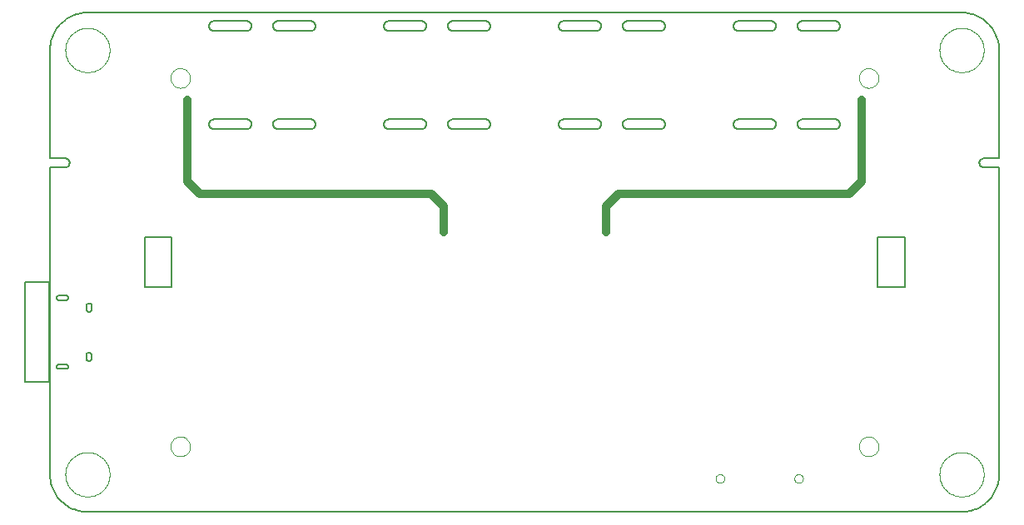
<source format=gko>
G75*
%MOIN*%
%OFA0B0*%
%FSLAX24Y24*%
%IPPOS*%
%LPD*%
%AMOC8*
5,1,8,0,0,1.08239X$1,22.5*
%
%ADD10C,0.0050*%
%ADD11C,0.0320*%
%ADD12C,0.0000*%
D10*
X017760Y016393D02*
X052760Y016393D01*
X052836Y016395D01*
X052912Y016401D01*
X052987Y016410D01*
X053062Y016424D01*
X053136Y016441D01*
X053209Y016462D01*
X053281Y016486D01*
X053352Y016515D01*
X053421Y016546D01*
X053488Y016581D01*
X053553Y016620D01*
X053617Y016662D01*
X053678Y016707D01*
X053737Y016755D01*
X053793Y016806D01*
X053847Y016860D01*
X053898Y016916D01*
X053946Y016975D01*
X053991Y017036D01*
X054033Y017100D01*
X054072Y017165D01*
X054107Y017232D01*
X054138Y017301D01*
X054167Y017372D01*
X054191Y017444D01*
X054212Y017517D01*
X054229Y017591D01*
X054243Y017666D01*
X054252Y017741D01*
X054258Y017817D01*
X054260Y017893D01*
X054260Y030200D01*
X053649Y030200D01*
X053649Y030201D02*
X053624Y030203D01*
X053599Y030208D01*
X053575Y030217D01*
X053553Y030229D01*
X053533Y030244D01*
X053515Y030262D01*
X053500Y030282D01*
X053488Y030304D01*
X053479Y030328D01*
X053474Y030353D01*
X053472Y030378D01*
X053474Y030403D01*
X053479Y030428D01*
X053488Y030452D01*
X053500Y030474D01*
X053515Y030494D01*
X053533Y030512D01*
X053553Y030527D01*
X053575Y030539D01*
X053599Y030548D01*
X053624Y030553D01*
X053649Y030555D01*
X054260Y030555D01*
X054260Y034893D01*
X054258Y034969D01*
X054252Y035045D01*
X054243Y035120D01*
X054229Y035195D01*
X054212Y035269D01*
X054191Y035342D01*
X054167Y035414D01*
X054138Y035485D01*
X054107Y035554D01*
X054072Y035621D01*
X054033Y035686D01*
X053991Y035750D01*
X053946Y035811D01*
X053898Y035870D01*
X053847Y035926D01*
X053793Y035980D01*
X053737Y036031D01*
X053678Y036079D01*
X053617Y036124D01*
X053553Y036166D01*
X053488Y036205D01*
X053421Y036240D01*
X053352Y036271D01*
X053281Y036300D01*
X053209Y036324D01*
X053136Y036345D01*
X053062Y036362D01*
X052987Y036376D01*
X052912Y036385D01*
X052836Y036391D01*
X052760Y036393D01*
X017760Y036393D01*
X017684Y036391D01*
X017608Y036385D01*
X017533Y036376D01*
X017458Y036362D01*
X017384Y036345D01*
X017311Y036324D01*
X017239Y036300D01*
X017168Y036271D01*
X017099Y036240D01*
X017032Y036205D01*
X016967Y036166D01*
X016903Y036124D01*
X016842Y036079D01*
X016783Y036031D01*
X016727Y035980D01*
X016673Y035926D01*
X016622Y035870D01*
X016574Y035811D01*
X016529Y035750D01*
X016487Y035686D01*
X016448Y035621D01*
X016413Y035554D01*
X016382Y035485D01*
X016353Y035414D01*
X016329Y035342D01*
X016308Y035269D01*
X016291Y035195D01*
X016277Y035120D01*
X016268Y035045D01*
X016262Y034969D01*
X016260Y034893D01*
X016260Y030555D01*
X016870Y030555D01*
X016895Y030553D01*
X016920Y030548D01*
X016944Y030539D01*
X016966Y030527D01*
X016986Y030512D01*
X017004Y030494D01*
X017019Y030474D01*
X017031Y030452D01*
X017040Y030428D01*
X017045Y030403D01*
X017047Y030378D01*
X017045Y030353D01*
X017040Y030328D01*
X017031Y030304D01*
X017019Y030282D01*
X017004Y030262D01*
X016986Y030244D01*
X016966Y030229D01*
X016944Y030217D01*
X016920Y030208D01*
X016895Y030203D01*
X016870Y030201D01*
X016870Y030200D02*
X016260Y030200D01*
X016260Y017893D01*
X016262Y017817D01*
X016268Y017741D01*
X016277Y017666D01*
X016291Y017591D01*
X016308Y017517D01*
X016329Y017444D01*
X016353Y017372D01*
X016382Y017301D01*
X016413Y017232D01*
X016448Y017165D01*
X016487Y017100D01*
X016529Y017036D01*
X016574Y016975D01*
X016622Y016916D01*
X016673Y016860D01*
X016727Y016806D01*
X016783Y016755D01*
X016842Y016707D01*
X016903Y016662D01*
X016967Y016620D01*
X017032Y016581D01*
X017099Y016546D01*
X017168Y016515D01*
X017239Y016486D01*
X017311Y016462D01*
X017384Y016441D01*
X017458Y016424D01*
X017533Y016410D01*
X017608Y016401D01*
X017684Y016395D01*
X017760Y016393D01*
X016235Y021593D02*
X015260Y021593D01*
X015260Y025593D01*
X016235Y025593D01*
X016235Y021593D01*
X016632Y022117D02*
X016887Y022117D01*
X016904Y022118D01*
X016921Y022123D01*
X016936Y022130D01*
X016950Y022140D01*
X016962Y022152D01*
X016972Y022166D01*
X016979Y022181D01*
X016984Y022198D01*
X016985Y022215D01*
X016984Y022232D01*
X016979Y022249D01*
X016972Y022264D01*
X016962Y022278D01*
X016950Y022290D01*
X016936Y022300D01*
X016921Y022307D01*
X016904Y022312D01*
X016887Y022313D01*
X016887Y022314D02*
X016632Y022314D01*
X016534Y022215D02*
X016535Y022198D01*
X016540Y022181D01*
X016547Y022166D01*
X016557Y022152D01*
X016569Y022140D01*
X016583Y022130D01*
X016598Y022123D01*
X016615Y022118D01*
X016632Y022117D01*
X016534Y022215D02*
X016535Y022232D01*
X016540Y022249D01*
X016547Y022264D01*
X016557Y022278D01*
X016569Y022290D01*
X016583Y022300D01*
X016598Y022307D01*
X016615Y022312D01*
X016632Y022313D01*
X017714Y022550D02*
X017714Y022668D01*
X017823Y022776D02*
X017842Y022774D01*
X017860Y022769D01*
X017877Y022762D01*
X017892Y022751D01*
X017906Y022737D01*
X017917Y022722D01*
X017924Y022705D01*
X017929Y022687D01*
X017931Y022668D01*
X017931Y022550D01*
X017823Y022442D02*
X017804Y022444D01*
X017786Y022449D01*
X017769Y022456D01*
X017754Y022467D01*
X017740Y022481D01*
X017729Y022496D01*
X017722Y022513D01*
X017717Y022531D01*
X017715Y022550D01*
X017823Y022442D02*
X017842Y022444D01*
X017860Y022449D01*
X017877Y022456D01*
X017892Y022467D01*
X017906Y022481D01*
X017917Y022496D01*
X017924Y022513D01*
X017929Y022531D01*
X017931Y022550D01*
X017715Y022668D02*
X017717Y022687D01*
X017722Y022705D01*
X017729Y022722D01*
X017740Y022737D01*
X017754Y022751D01*
X017769Y022762D01*
X017786Y022769D01*
X017804Y022774D01*
X017823Y022776D01*
X017832Y024410D02*
X017823Y024410D01*
X017823Y024411D02*
X017804Y024413D01*
X017786Y024418D01*
X017769Y024425D01*
X017754Y024436D01*
X017740Y024450D01*
X017729Y024465D01*
X017722Y024482D01*
X017717Y024500D01*
X017715Y024519D01*
X017714Y024519D02*
X017714Y024637D01*
X017715Y024637D02*
X017717Y024656D01*
X017722Y024674D01*
X017729Y024691D01*
X017740Y024706D01*
X017754Y024720D01*
X017769Y024731D01*
X017786Y024738D01*
X017804Y024743D01*
X017823Y024745D01*
X017832Y024745D01*
X017851Y024743D01*
X017869Y024738D01*
X017886Y024731D01*
X017901Y024720D01*
X017915Y024706D01*
X017926Y024691D01*
X017933Y024674D01*
X017938Y024656D01*
X017940Y024637D01*
X017941Y024637D02*
X017941Y024519D01*
X017940Y024519D02*
X017938Y024500D01*
X017933Y024482D01*
X017926Y024465D01*
X017915Y024450D01*
X017901Y024436D01*
X017886Y024425D01*
X017869Y024418D01*
X017851Y024413D01*
X017832Y024411D01*
X016887Y024873D02*
X016632Y024873D01*
X016534Y024971D02*
X016535Y024988D01*
X016540Y025005D01*
X016547Y025020D01*
X016557Y025034D01*
X016569Y025046D01*
X016583Y025056D01*
X016598Y025063D01*
X016615Y025068D01*
X016632Y025069D01*
X016632Y025070D02*
X016887Y025070D01*
X016985Y024971D02*
X016984Y024954D01*
X016979Y024937D01*
X016972Y024922D01*
X016962Y024908D01*
X016950Y024896D01*
X016936Y024886D01*
X016921Y024879D01*
X016904Y024874D01*
X016887Y024873D01*
X016985Y024971D02*
X016984Y024988D01*
X016979Y025005D01*
X016972Y025020D01*
X016962Y025034D01*
X016950Y025046D01*
X016936Y025056D01*
X016921Y025063D01*
X016904Y025068D01*
X016887Y025069D01*
X016632Y024873D02*
X016615Y024874D01*
X016598Y024879D01*
X016583Y024886D01*
X016569Y024896D01*
X016557Y024908D01*
X016547Y024922D01*
X016540Y024937D01*
X016535Y024954D01*
X016534Y024971D01*
X020043Y025393D02*
X020043Y027393D01*
X021130Y027393D01*
X021130Y025393D01*
X020043Y025393D01*
X022827Y031728D02*
X024133Y031728D01*
X024159Y031730D01*
X024184Y031735D01*
X024208Y031743D01*
X024232Y031754D01*
X024253Y031769D01*
X024272Y031786D01*
X024289Y031805D01*
X024304Y031827D01*
X024315Y031850D01*
X024323Y031874D01*
X024328Y031899D01*
X024330Y031925D01*
X024328Y031951D01*
X024323Y031976D01*
X024315Y032000D01*
X024304Y032024D01*
X024289Y032045D01*
X024272Y032064D01*
X024253Y032081D01*
X024232Y032096D01*
X024208Y032107D01*
X024184Y032115D01*
X024159Y032120D01*
X024133Y032122D01*
X022827Y032122D01*
X022630Y031925D02*
X022632Y031899D01*
X022637Y031874D01*
X022645Y031850D01*
X022656Y031827D01*
X022671Y031805D01*
X022688Y031786D01*
X022707Y031769D01*
X022729Y031754D01*
X022752Y031743D01*
X022776Y031735D01*
X022801Y031730D01*
X022827Y031728D01*
X022630Y031925D02*
X022632Y031951D01*
X022637Y031976D01*
X022645Y032000D01*
X022656Y032024D01*
X022671Y032045D01*
X022688Y032064D01*
X022707Y032081D01*
X022729Y032096D01*
X022752Y032107D01*
X022776Y032115D01*
X022801Y032120D01*
X022827Y032122D01*
X025386Y032122D02*
X026692Y032122D01*
X026889Y031925D02*
X026887Y031899D01*
X026882Y031874D01*
X026874Y031850D01*
X026863Y031827D01*
X026848Y031805D01*
X026831Y031786D01*
X026812Y031769D01*
X026791Y031754D01*
X026767Y031743D01*
X026743Y031735D01*
X026718Y031730D01*
X026692Y031728D01*
X025386Y031728D01*
X025189Y031925D02*
X025191Y031951D01*
X025196Y031976D01*
X025204Y032000D01*
X025215Y032024D01*
X025230Y032045D01*
X025247Y032064D01*
X025266Y032081D01*
X025288Y032096D01*
X025311Y032107D01*
X025335Y032115D01*
X025360Y032120D01*
X025386Y032122D01*
X025189Y031925D02*
X025191Y031899D01*
X025196Y031874D01*
X025204Y031850D01*
X025215Y031827D01*
X025230Y031805D01*
X025247Y031786D01*
X025266Y031769D01*
X025288Y031754D01*
X025311Y031743D01*
X025335Y031735D01*
X025360Y031730D01*
X025386Y031728D01*
X026692Y032122D02*
X026718Y032120D01*
X026743Y032115D01*
X026767Y032107D01*
X026791Y032096D01*
X026812Y032081D01*
X026831Y032064D01*
X026848Y032045D01*
X026863Y032024D01*
X026874Y032000D01*
X026882Y031976D01*
X026887Y031951D01*
X026889Y031925D01*
X029630Y031925D02*
X029632Y031899D01*
X029637Y031874D01*
X029645Y031850D01*
X029656Y031827D01*
X029671Y031805D01*
X029688Y031786D01*
X029707Y031769D01*
X029729Y031754D01*
X029752Y031743D01*
X029776Y031735D01*
X029801Y031730D01*
X029827Y031728D01*
X031133Y031728D01*
X031159Y031730D01*
X031184Y031735D01*
X031208Y031743D01*
X031232Y031754D01*
X031253Y031769D01*
X031272Y031786D01*
X031289Y031805D01*
X031304Y031827D01*
X031315Y031850D01*
X031323Y031874D01*
X031328Y031899D01*
X031330Y031925D01*
X031328Y031951D01*
X031323Y031976D01*
X031315Y032000D01*
X031304Y032024D01*
X031289Y032045D01*
X031272Y032064D01*
X031253Y032081D01*
X031232Y032096D01*
X031208Y032107D01*
X031184Y032115D01*
X031159Y032120D01*
X031133Y032122D01*
X029827Y032122D01*
X029801Y032120D01*
X029776Y032115D01*
X029752Y032107D01*
X029729Y032096D01*
X029707Y032081D01*
X029688Y032064D01*
X029671Y032045D01*
X029656Y032024D01*
X029645Y032000D01*
X029637Y031976D01*
X029632Y031951D01*
X029630Y031925D01*
X032189Y031925D02*
X032191Y031951D01*
X032196Y031976D01*
X032204Y032000D01*
X032215Y032024D01*
X032230Y032045D01*
X032247Y032064D01*
X032266Y032081D01*
X032288Y032096D01*
X032311Y032107D01*
X032335Y032115D01*
X032360Y032120D01*
X032386Y032122D01*
X033692Y032122D01*
X033889Y031925D02*
X033887Y031899D01*
X033882Y031874D01*
X033874Y031850D01*
X033863Y031827D01*
X033848Y031805D01*
X033831Y031786D01*
X033812Y031769D01*
X033791Y031754D01*
X033767Y031743D01*
X033743Y031735D01*
X033718Y031730D01*
X033692Y031728D01*
X032386Y031728D01*
X032360Y031730D01*
X032335Y031735D01*
X032311Y031743D01*
X032288Y031754D01*
X032266Y031769D01*
X032247Y031786D01*
X032230Y031805D01*
X032215Y031827D01*
X032204Y031850D01*
X032196Y031874D01*
X032191Y031899D01*
X032189Y031925D01*
X033692Y032122D02*
X033718Y032120D01*
X033743Y032115D01*
X033767Y032107D01*
X033791Y032096D01*
X033812Y032081D01*
X033831Y032064D01*
X033848Y032045D01*
X033863Y032024D01*
X033874Y032000D01*
X033882Y031976D01*
X033887Y031951D01*
X033889Y031925D01*
X036630Y031925D02*
X036632Y031899D01*
X036637Y031874D01*
X036645Y031850D01*
X036656Y031827D01*
X036671Y031805D01*
X036688Y031786D01*
X036707Y031769D01*
X036729Y031754D01*
X036752Y031743D01*
X036776Y031735D01*
X036801Y031730D01*
X036827Y031728D01*
X038133Y031728D01*
X038159Y031730D01*
X038184Y031735D01*
X038208Y031743D01*
X038232Y031754D01*
X038253Y031769D01*
X038272Y031786D01*
X038289Y031805D01*
X038304Y031827D01*
X038315Y031850D01*
X038323Y031874D01*
X038328Y031899D01*
X038330Y031925D01*
X038328Y031951D01*
X038323Y031976D01*
X038315Y032000D01*
X038304Y032024D01*
X038289Y032045D01*
X038272Y032064D01*
X038253Y032081D01*
X038232Y032096D01*
X038208Y032107D01*
X038184Y032115D01*
X038159Y032120D01*
X038133Y032122D01*
X036827Y032122D01*
X036801Y032120D01*
X036776Y032115D01*
X036752Y032107D01*
X036729Y032096D01*
X036707Y032081D01*
X036688Y032064D01*
X036671Y032045D01*
X036656Y032024D01*
X036645Y032000D01*
X036637Y031976D01*
X036632Y031951D01*
X036630Y031925D01*
X039189Y031925D02*
X039191Y031951D01*
X039196Y031976D01*
X039204Y032000D01*
X039215Y032024D01*
X039230Y032045D01*
X039247Y032064D01*
X039266Y032081D01*
X039288Y032096D01*
X039311Y032107D01*
X039335Y032115D01*
X039360Y032120D01*
X039386Y032122D01*
X040692Y032122D01*
X040889Y031925D02*
X040887Y031899D01*
X040882Y031874D01*
X040874Y031850D01*
X040863Y031827D01*
X040848Y031805D01*
X040831Y031786D01*
X040812Y031769D01*
X040791Y031754D01*
X040767Y031743D01*
X040743Y031735D01*
X040718Y031730D01*
X040692Y031728D01*
X039386Y031728D01*
X039360Y031730D01*
X039335Y031735D01*
X039311Y031743D01*
X039288Y031754D01*
X039266Y031769D01*
X039247Y031786D01*
X039230Y031805D01*
X039215Y031827D01*
X039204Y031850D01*
X039196Y031874D01*
X039191Y031899D01*
X039189Y031925D01*
X040692Y032122D02*
X040718Y032120D01*
X040743Y032115D01*
X040767Y032107D01*
X040791Y032096D01*
X040812Y032081D01*
X040831Y032064D01*
X040848Y032045D01*
X040863Y032024D01*
X040874Y032000D01*
X040882Y031976D01*
X040887Y031951D01*
X040889Y031925D01*
X043630Y031925D02*
X043632Y031899D01*
X043637Y031874D01*
X043645Y031850D01*
X043656Y031827D01*
X043671Y031805D01*
X043688Y031786D01*
X043707Y031769D01*
X043729Y031754D01*
X043752Y031743D01*
X043776Y031735D01*
X043801Y031730D01*
X043827Y031728D01*
X045133Y031728D01*
X045159Y031730D01*
X045184Y031735D01*
X045208Y031743D01*
X045232Y031754D01*
X045253Y031769D01*
X045272Y031786D01*
X045289Y031805D01*
X045304Y031827D01*
X045315Y031850D01*
X045323Y031874D01*
X045328Y031899D01*
X045330Y031925D01*
X045328Y031951D01*
X045323Y031976D01*
X045315Y032000D01*
X045304Y032024D01*
X045289Y032045D01*
X045272Y032064D01*
X045253Y032081D01*
X045232Y032096D01*
X045208Y032107D01*
X045184Y032115D01*
X045159Y032120D01*
X045133Y032122D01*
X043827Y032122D01*
X043801Y032120D01*
X043776Y032115D01*
X043752Y032107D01*
X043729Y032096D01*
X043707Y032081D01*
X043688Y032064D01*
X043671Y032045D01*
X043656Y032024D01*
X043645Y032000D01*
X043637Y031976D01*
X043632Y031951D01*
X043630Y031925D01*
X046189Y031925D02*
X046191Y031951D01*
X046196Y031976D01*
X046204Y032000D01*
X046215Y032024D01*
X046230Y032045D01*
X046247Y032064D01*
X046266Y032081D01*
X046288Y032096D01*
X046311Y032107D01*
X046335Y032115D01*
X046360Y032120D01*
X046386Y032122D01*
X047692Y032122D01*
X047889Y031925D02*
X047887Y031899D01*
X047882Y031874D01*
X047874Y031850D01*
X047863Y031827D01*
X047848Y031805D01*
X047831Y031786D01*
X047812Y031769D01*
X047791Y031754D01*
X047767Y031743D01*
X047743Y031735D01*
X047718Y031730D01*
X047692Y031728D01*
X046386Y031728D01*
X046360Y031730D01*
X046335Y031735D01*
X046311Y031743D01*
X046288Y031754D01*
X046266Y031769D01*
X046247Y031786D01*
X046230Y031805D01*
X046215Y031827D01*
X046204Y031850D01*
X046196Y031874D01*
X046191Y031899D01*
X046189Y031925D01*
X047692Y032122D02*
X047718Y032120D01*
X047743Y032115D01*
X047767Y032107D01*
X047791Y032096D01*
X047812Y032081D01*
X047831Y032064D01*
X047848Y032045D01*
X047863Y032024D01*
X047874Y032000D01*
X047882Y031976D01*
X047887Y031951D01*
X047889Y031925D01*
X047692Y035665D02*
X046386Y035665D01*
X046189Y035862D02*
X046191Y035888D01*
X046196Y035913D01*
X046204Y035937D01*
X046215Y035961D01*
X046230Y035982D01*
X046247Y036001D01*
X046266Y036018D01*
X046288Y036033D01*
X046311Y036044D01*
X046335Y036052D01*
X046360Y036057D01*
X046386Y036059D01*
X047692Y036059D01*
X047718Y036057D01*
X047743Y036052D01*
X047767Y036044D01*
X047791Y036033D01*
X047812Y036018D01*
X047831Y036001D01*
X047848Y035982D01*
X047863Y035961D01*
X047874Y035937D01*
X047882Y035913D01*
X047887Y035888D01*
X047889Y035862D01*
X047887Y035836D01*
X047882Y035811D01*
X047874Y035787D01*
X047863Y035764D01*
X047848Y035742D01*
X047831Y035723D01*
X047812Y035706D01*
X047791Y035691D01*
X047767Y035680D01*
X047743Y035672D01*
X047718Y035667D01*
X047692Y035665D01*
X046386Y035665D02*
X046360Y035667D01*
X046335Y035672D01*
X046311Y035680D01*
X046288Y035691D01*
X046266Y035706D01*
X046247Y035723D01*
X046230Y035742D01*
X046215Y035764D01*
X046204Y035787D01*
X046196Y035811D01*
X046191Y035836D01*
X046189Y035862D01*
X045330Y035862D02*
X045328Y035836D01*
X045323Y035811D01*
X045315Y035787D01*
X045304Y035764D01*
X045289Y035742D01*
X045272Y035723D01*
X045253Y035706D01*
X045232Y035691D01*
X045208Y035680D01*
X045184Y035672D01*
X045159Y035667D01*
X045133Y035665D01*
X043827Y035665D01*
X043630Y035862D02*
X043632Y035888D01*
X043637Y035913D01*
X043645Y035937D01*
X043656Y035961D01*
X043671Y035982D01*
X043688Y036001D01*
X043707Y036018D01*
X043729Y036033D01*
X043752Y036044D01*
X043776Y036052D01*
X043801Y036057D01*
X043827Y036059D01*
X045133Y036059D01*
X045159Y036057D01*
X045184Y036052D01*
X045208Y036044D01*
X045232Y036033D01*
X045253Y036018D01*
X045272Y036001D01*
X045289Y035982D01*
X045304Y035961D01*
X045315Y035937D01*
X045323Y035913D01*
X045328Y035888D01*
X045330Y035862D01*
X043827Y035665D02*
X043801Y035667D01*
X043776Y035672D01*
X043752Y035680D01*
X043729Y035691D01*
X043707Y035706D01*
X043688Y035723D01*
X043671Y035742D01*
X043656Y035764D01*
X043645Y035787D01*
X043637Y035811D01*
X043632Y035836D01*
X043630Y035862D01*
X040889Y035862D02*
X040887Y035888D01*
X040882Y035913D01*
X040874Y035937D01*
X040863Y035961D01*
X040848Y035982D01*
X040831Y036001D01*
X040812Y036018D01*
X040791Y036033D01*
X040767Y036044D01*
X040743Y036052D01*
X040718Y036057D01*
X040692Y036059D01*
X039386Y036059D01*
X039360Y036057D01*
X039335Y036052D01*
X039311Y036044D01*
X039288Y036033D01*
X039266Y036018D01*
X039247Y036001D01*
X039230Y035982D01*
X039215Y035961D01*
X039204Y035937D01*
X039196Y035913D01*
X039191Y035888D01*
X039189Y035862D01*
X039191Y035836D01*
X039196Y035811D01*
X039204Y035787D01*
X039215Y035764D01*
X039230Y035742D01*
X039247Y035723D01*
X039266Y035706D01*
X039288Y035691D01*
X039311Y035680D01*
X039335Y035672D01*
X039360Y035667D01*
X039386Y035665D01*
X040692Y035665D01*
X040718Y035667D01*
X040743Y035672D01*
X040767Y035680D01*
X040791Y035691D01*
X040812Y035706D01*
X040831Y035723D01*
X040848Y035742D01*
X040863Y035764D01*
X040874Y035787D01*
X040882Y035811D01*
X040887Y035836D01*
X040889Y035862D01*
X038330Y035862D02*
X038328Y035836D01*
X038323Y035811D01*
X038315Y035787D01*
X038304Y035764D01*
X038289Y035742D01*
X038272Y035723D01*
X038253Y035706D01*
X038232Y035691D01*
X038208Y035680D01*
X038184Y035672D01*
X038159Y035667D01*
X038133Y035665D01*
X036827Y035665D01*
X036630Y035862D02*
X036632Y035888D01*
X036637Y035913D01*
X036645Y035937D01*
X036656Y035961D01*
X036671Y035982D01*
X036688Y036001D01*
X036707Y036018D01*
X036729Y036033D01*
X036752Y036044D01*
X036776Y036052D01*
X036801Y036057D01*
X036827Y036059D01*
X038133Y036059D01*
X038159Y036057D01*
X038184Y036052D01*
X038208Y036044D01*
X038232Y036033D01*
X038253Y036018D01*
X038272Y036001D01*
X038289Y035982D01*
X038304Y035961D01*
X038315Y035937D01*
X038323Y035913D01*
X038328Y035888D01*
X038330Y035862D01*
X036827Y035665D02*
X036801Y035667D01*
X036776Y035672D01*
X036752Y035680D01*
X036729Y035691D01*
X036707Y035706D01*
X036688Y035723D01*
X036671Y035742D01*
X036656Y035764D01*
X036645Y035787D01*
X036637Y035811D01*
X036632Y035836D01*
X036630Y035862D01*
X033889Y035862D02*
X033887Y035888D01*
X033882Y035913D01*
X033874Y035937D01*
X033863Y035961D01*
X033848Y035982D01*
X033831Y036001D01*
X033812Y036018D01*
X033791Y036033D01*
X033767Y036044D01*
X033743Y036052D01*
X033718Y036057D01*
X033692Y036059D01*
X032386Y036059D01*
X032360Y036057D01*
X032335Y036052D01*
X032311Y036044D01*
X032288Y036033D01*
X032266Y036018D01*
X032247Y036001D01*
X032230Y035982D01*
X032215Y035961D01*
X032204Y035937D01*
X032196Y035913D01*
X032191Y035888D01*
X032189Y035862D01*
X032191Y035836D01*
X032196Y035811D01*
X032204Y035787D01*
X032215Y035764D01*
X032230Y035742D01*
X032247Y035723D01*
X032266Y035706D01*
X032288Y035691D01*
X032311Y035680D01*
X032335Y035672D01*
X032360Y035667D01*
X032386Y035665D01*
X033692Y035665D01*
X033718Y035667D01*
X033743Y035672D01*
X033767Y035680D01*
X033791Y035691D01*
X033812Y035706D01*
X033831Y035723D01*
X033848Y035742D01*
X033863Y035764D01*
X033874Y035787D01*
X033882Y035811D01*
X033887Y035836D01*
X033889Y035862D01*
X031330Y035862D02*
X031328Y035836D01*
X031323Y035811D01*
X031315Y035787D01*
X031304Y035764D01*
X031289Y035742D01*
X031272Y035723D01*
X031253Y035706D01*
X031232Y035691D01*
X031208Y035680D01*
X031184Y035672D01*
X031159Y035667D01*
X031133Y035665D01*
X029827Y035665D01*
X029630Y035862D02*
X029632Y035888D01*
X029637Y035913D01*
X029645Y035937D01*
X029656Y035961D01*
X029671Y035982D01*
X029688Y036001D01*
X029707Y036018D01*
X029729Y036033D01*
X029752Y036044D01*
X029776Y036052D01*
X029801Y036057D01*
X029827Y036059D01*
X031133Y036059D01*
X031159Y036057D01*
X031184Y036052D01*
X031208Y036044D01*
X031232Y036033D01*
X031253Y036018D01*
X031272Y036001D01*
X031289Y035982D01*
X031304Y035961D01*
X031315Y035937D01*
X031323Y035913D01*
X031328Y035888D01*
X031330Y035862D01*
X029827Y035665D02*
X029801Y035667D01*
X029776Y035672D01*
X029752Y035680D01*
X029729Y035691D01*
X029707Y035706D01*
X029688Y035723D01*
X029671Y035742D01*
X029656Y035764D01*
X029645Y035787D01*
X029637Y035811D01*
X029632Y035836D01*
X029630Y035862D01*
X026889Y035862D02*
X026887Y035888D01*
X026882Y035913D01*
X026874Y035937D01*
X026863Y035961D01*
X026848Y035982D01*
X026831Y036001D01*
X026812Y036018D01*
X026791Y036033D01*
X026767Y036044D01*
X026743Y036052D01*
X026718Y036057D01*
X026692Y036059D01*
X025386Y036059D01*
X025360Y036057D01*
X025335Y036052D01*
X025311Y036044D01*
X025288Y036033D01*
X025266Y036018D01*
X025247Y036001D01*
X025230Y035982D01*
X025215Y035961D01*
X025204Y035937D01*
X025196Y035913D01*
X025191Y035888D01*
X025189Y035862D01*
X025191Y035836D01*
X025196Y035811D01*
X025204Y035787D01*
X025215Y035764D01*
X025230Y035742D01*
X025247Y035723D01*
X025266Y035706D01*
X025288Y035691D01*
X025311Y035680D01*
X025335Y035672D01*
X025360Y035667D01*
X025386Y035665D01*
X026692Y035665D01*
X026718Y035667D01*
X026743Y035672D01*
X026767Y035680D01*
X026791Y035691D01*
X026812Y035706D01*
X026831Y035723D01*
X026848Y035742D01*
X026863Y035764D01*
X026874Y035787D01*
X026882Y035811D01*
X026887Y035836D01*
X026889Y035862D01*
X024330Y035862D02*
X024328Y035836D01*
X024323Y035811D01*
X024315Y035787D01*
X024304Y035764D01*
X024289Y035742D01*
X024272Y035723D01*
X024253Y035706D01*
X024232Y035691D01*
X024208Y035680D01*
X024184Y035672D01*
X024159Y035667D01*
X024133Y035665D01*
X022827Y035665D01*
X022630Y035862D02*
X022632Y035888D01*
X022637Y035913D01*
X022645Y035937D01*
X022656Y035961D01*
X022671Y035982D01*
X022688Y036001D01*
X022707Y036018D01*
X022729Y036033D01*
X022752Y036044D01*
X022776Y036052D01*
X022801Y036057D01*
X022827Y036059D01*
X024133Y036059D01*
X024159Y036057D01*
X024184Y036052D01*
X024208Y036044D01*
X024232Y036033D01*
X024253Y036018D01*
X024272Y036001D01*
X024289Y035982D01*
X024304Y035961D01*
X024315Y035937D01*
X024323Y035913D01*
X024328Y035888D01*
X024330Y035862D01*
X022827Y035665D02*
X022801Y035667D01*
X022776Y035672D01*
X022752Y035680D01*
X022729Y035691D01*
X022707Y035706D01*
X022688Y035723D01*
X022671Y035742D01*
X022656Y035764D01*
X022645Y035787D01*
X022637Y035811D01*
X022632Y035836D01*
X022630Y035862D01*
X049389Y027393D02*
X049389Y025393D01*
X050476Y025393D01*
X050476Y027393D01*
X049389Y027393D01*
D11*
X048260Y029143D02*
X039010Y029143D01*
X038510Y028643D01*
X038510Y027593D01*
X032010Y027593D02*
X032010Y028643D01*
X031510Y029143D01*
X022260Y029143D01*
X021760Y029643D01*
X021760Y032893D01*
X048260Y029143D02*
X048760Y029643D01*
X048760Y032893D01*
D12*
X048645Y033775D02*
X048647Y033814D01*
X048653Y033853D01*
X048663Y033891D01*
X048676Y033928D01*
X048693Y033963D01*
X048713Y033997D01*
X048737Y034028D01*
X048764Y034057D01*
X048793Y034083D01*
X048825Y034106D01*
X048859Y034126D01*
X048895Y034142D01*
X048932Y034154D01*
X048971Y034163D01*
X049010Y034168D01*
X049049Y034169D01*
X049088Y034166D01*
X049127Y034159D01*
X049164Y034148D01*
X049201Y034134D01*
X049236Y034116D01*
X049269Y034095D01*
X049300Y034070D01*
X049328Y034043D01*
X049353Y034013D01*
X049375Y033980D01*
X049394Y033946D01*
X049409Y033910D01*
X049421Y033872D01*
X049429Y033834D01*
X049433Y033795D01*
X049433Y033755D01*
X049429Y033716D01*
X049421Y033678D01*
X049409Y033640D01*
X049394Y033604D01*
X049375Y033570D01*
X049353Y033537D01*
X049328Y033507D01*
X049300Y033480D01*
X049269Y033455D01*
X049236Y033434D01*
X049201Y033416D01*
X049164Y033402D01*
X049127Y033391D01*
X049088Y033384D01*
X049049Y033381D01*
X049010Y033382D01*
X048971Y033387D01*
X048932Y033396D01*
X048895Y033408D01*
X048859Y033424D01*
X048825Y033444D01*
X048793Y033467D01*
X048764Y033493D01*
X048737Y033522D01*
X048713Y033553D01*
X048693Y033587D01*
X048676Y033622D01*
X048663Y033659D01*
X048653Y033697D01*
X048647Y033736D01*
X048645Y033775D01*
X051874Y034893D02*
X051876Y034952D01*
X051882Y035011D01*
X051892Y035069D01*
X051905Y035127D01*
X051923Y035184D01*
X051944Y035239D01*
X051969Y035293D01*
X051998Y035345D01*
X052030Y035394D01*
X052065Y035442D01*
X052103Y035487D01*
X052144Y035530D01*
X052188Y035570D01*
X052234Y035606D01*
X052283Y035640D01*
X052334Y035670D01*
X052387Y035697D01*
X052442Y035720D01*
X052497Y035739D01*
X052555Y035755D01*
X052613Y035767D01*
X052671Y035775D01*
X052730Y035779D01*
X052790Y035779D01*
X052849Y035775D01*
X052907Y035767D01*
X052965Y035755D01*
X053023Y035739D01*
X053078Y035720D01*
X053133Y035697D01*
X053186Y035670D01*
X053237Y035640D01*
X053286Y035606D01*
X053332Y035570D01*
X053376Y035530D01*
X053417Y035487D01*
X053455Y035442D01*
X053490Y035394D01*
X053522Y035345D01*
X053551Y035293D01*
X053576Y035239D01*
X053597Y035184D01*
X053615Y035127D01*
X053628Y035069D01*
X053638Y035011D01*
X053644Y034952D01*
X053646Y034893D01*
X053644Y034834D01*
X053638Y034775D01*
X053628Y034717D01*
X053615Y034659D01*
X053597Y034602D01*
X053576Y034547D01*
X053551Y034493D01*
X053522Y034441D01*
X053490Y034392D01*
X053455Y034344D01*
X053417Y034299D01*
X053376Y034256D01*
X053332Y034216D01*
X053286Y034180D01*
X053237Y034146D01*
X053186Y034116D01*
X053133Y034089D01*
X053078Y034066D01*
X053023Y034047D01*
X052965Y034031D01*
X052907Y034019D01*
X052849Y034011D01*
X052790Y034007D01*
X052730Y034007D01*
X052671Y034011D01*
X052613Y034019D01*
X052555Y034031D01*
X052497Y034047D01*
X052442Y034066D01*
X052387Y034089D01*
X052334Y034116D01*
X052283Y034146D01*
X052234Y034180D01*
X052188Y034216D01*
X052144Y034256D01*
X052103Y034299D01*
X052065Y034344D01*
X052030Y034392D01*
X051998Y034441D01*
X051969Y034493D01*
X051944Y034547D01*
X051923Y034602D01*
X051905Y034659D01*
X051892Y034717D01*
X051882Y034775D01*
X051876Y034834D01*
X051874Y034893D01*
X048645Y019011D02*
X048647Y019050D01*
X048653Y019089D01*
X048663Y019127D01*
X048676Y019164D01*
X048693Y019199D01*
X048713Y019233D01*
X048737Y019264D01*
X048764Y019293D01*
X048793Y019319D01*
X048825Y019342D01*
X048859Y019362D01*
X048895Y019378D01*
X048932Y019390D01*
X048971Y019399D01*
X049010Y019404D01*
X049049Y019405D01*
X049088Y019402D01*
X049127Y019395D01*
X049164Y019384D01*
X049201Y019370D01*
X049236Y019352D01*
X049269Y019331D01*
X049300Y019306D01*
X049328Y019279D01*
X049353Y019249D01*
X049375Y019216D01*
X049394Y019182D01*
X049409Y019146D01*
X049421Y019108D01*
X049429Y019070D01*
X049433Y019031D01*
X049433Y018991D01*
X049429Y018952D01*
X049421Y018914D01*
X049409Y018876D01*
X049394Y018840D01*
X049375Y018806D01*
X049353Y018773D01*
X049328Y018743D01*
X049300Y018716D01*
X049269Y018691D01*
X049236Y018670D01*
X049201Y018652D01*
X049164Y018638D01*
X049127Y018627D01*
X049088Y018620D01*
X049049Y018617D01*
X049010Y018618D01*
X048971Y018623D01*
X048932Y018632D01*
X048895Y018644D01*
X048859Y018660D01*
X048825Y018680D01*
X048793Y018703D01*
X048764Y018729D01*
X048737Y018758D01*
X048713Y018789D01*
X048693Y018823D01*
X048676Y018858D01*
X048663Y018895D01*
X048653Y018933D01*
X048647Y018972D01*
X048645Y019011D01*
X046060Y017729D02*
X046062Y017755D01*
X046068Y017781D01*
X046077Y017805D01*
X046090Y017828D01*
X046107Y017848D01*
X046126Y017866D01*
X046148Y017881D01*
X046171Y017892D01*
X046196Y017900D01*
X046222Y017904D01*
X046248Y017904D01*
X046274Y017900D01*
X046299Y017892D01*
X046323Y017881D01*
X046344Y017866D01*
X046363Y017848D01*
X046380Y017828D01*
X046393Y017805D01*
X046402Y017781D01*
X046408Y017755D01*
X046410Y017729D01*
X046408Y017703D01*
X046402Y017677D01*
X046393Y017653D01*
X046380Y017630D01*
X046363Y017610D01*
X046344Y017592D01*
X046322Y017577D01*
X046299Y017566D01*
X046274Y017558D01*
X046248Y017554D01*
X046222Y017554D01*
X046196Y017558D01*
X046171Y017566D01*
X046147Y017577D01*
X046126Y017592D01*
X046107Y017610D01*
X046090Y017630D01*
X046077Y017653D01*
X046068Y017677D01*
X046062Y017703D01*
X046060Y017729D01*
X042911Y017729D02*
X042913Y017755D01*
X042919Y017781D01*
X042928Y017805D01*
X042941Y017828D01*
X042958Y017848D01*
X042977Y017866D01*
X042999Y017881D01*
X043022Y017892D01*
X043047Y017900D01*
X043073Y017904D01*
X043099Y017904D01*
X043125Y017900D01*
X043150Y017892D01*
X043174Y017881D01*
X043195Y017866D01*
X043214Y017848D01*
X043231Y017828D01*
X043244Y017805D01*
X043253Y017781D01*
X043259Y017755D01*
X043261Y017729D01*
X043259Y017703D01*
X043253Y017677D01*
X043244Y017653D01*
X043231Y017630D01*
X043214Y017610D01*
X043195Y017592D01*
X043173Y017577D01*
X043150Y017566D01*
X043125Y017558D01*
X043099Y017554D01*
X043073Y017554D01*
X043047Y017558D01*
X043022Y017566D01*
X042998Y017577D01*
X042977Y017592D01*
X042958Y017610D01*
X042941Y017630D01*
X042928Y017653D01*
X042919Y017677D01*
X042913Y017703D01*
X042911Y017729D01*
X051874Y017893D02*
X051876Y017952D01*
X051882Y018011D01*
X051892Y018069D01*
X051905Y018127D01*
X051923Y018184D01*
X051944Y018239D01*
X051969Y018293D01*
X051998Y018345D01*
X052030Y018394D01*
X052065Y018442D01*
X052103Y018487D01*
X052144Y018530D01*
X052188Y018570D01*
X052234Y018606D01*
X052283Y018640D01*
X052334Y018670D01*
X052387Y018697D01*
X052442Y018720D01*
X052497Y018739D01*
X052555Y018755D01*
X052613Y018767D01*
X052671Y018775D01*
X052730Y018779D01*
X052790Y018779D01*
X052849Y018775D01*
X052907Y018767D01*
X052965Y018755D01*
X053023Y018739D01*
X053078Y018720D01*
X053133Y018697D01*
X053186Y018670D01*
X053237Y018640D01*
X053286Y018606D01*
X053332Y018570D01*
X053376Y018530D01*
X053417Y018487D01*
X053455Y018442D01*
X053490Y018394D01*
X053522Y018345D01*
X053551Y018293D01*
X053576Y018239D01*
X053597Y018184D01*
X053615Y018127D01*
X053628Y018069D01*
X053638Y018011D01*
X053644Y017952D01*
X053646Y017893D01*
X053644Y017834D01*
X053638Y017775D01*
X053628Y017717D01*
X053615Y017659D01*
X053597Y017602D01*
X053576Y017547D01*
X053551Y017493D01*
X053522Y017441D01*
X053490Y017392D01*
X053455Y017344D01*
X053417Y017299D01*
X053376Y017256D01*
X053332Y017216D01*
X053286Y017180D01*
X053237Y017146D01*
X053186Y017116D01*
X053133Y017089D01*
X053078Y017066D01*
X053023Y017047D01*
X052965Y017031D01*
X052907Y017019D01*
X052849Y017011D01*
X052790Y017007D01*
X052730Y017007D01*
X052671Y017011D01*
X052613Y017019D01*
X052555Y017031D01*
X052497Y017047D01*
X052442Y017066D01*
X052387Y017089D01*
X052334Y017116D01*
X052283Y017146D01*
X052234Y017180D01*
X052188Y017216D01*
X052144Y017256D01*
X052103Y017299D01*
X052065Y017344D01*
X052030Y017392D01*
X051998Y017441D01*
X051969Y017493D01*
X051944Y017547D01*
X051923Y017602D01*
X051905Y017659D01*
X051892Y017717D01*
X051882Y017775D01*
X051876Y017834D01*
X051874Y017893D01*
X021086Y019011D02*
X021088Y019050D01*
X021094Y019089D01*
X021104Y019127D01*
X021117Y019164D01*
X021134Y019199D01*
X021154Y019233D01*
X021178Y019264D01*
X021205Y019293D01*
X021234Y019319D01*
X021266Y019342D01*
X021300Y019362D01*
X021336Y019378D01*
X021373Y019390D01*
X021412Y019399D01*
X021451Y019404D01*
X021490Y019405D01*
X021529Y019402D01*
X021568Y019395D01*
X021605Y019384D01*
X021642Y019370D01*
X021677Y019352D01*
X021710Y019331D01*
X021741Y019306D01*
X021769Y019279D01*
X021794Y019249D01*
X021816Y019216D01*
X021835Y019182D01*
X021850Y019146D01*
X021862Y019108D01*
X021870Y019070D01*
X021874Y019031D01*
X021874Y018991D01*
X021870Y018952D01*
X021862Y018914D01*
X021850Y018876D01*
X021835Y018840D01*
X021816Y018806D01*
X021794Y018773D01*
X021769Y018743D01*
X021741Y018716D01*
X021710Y018691D01*
X021677Y018670D01*
X021642Y018652D01*
X021605Y018638D01*
X021568Y018627D01*
X021529Y018620D01*
X021490Y018617D01*
X021451Y018618D01*
X021412Y018623D01*
X021373Y018632D01*
X021336Y018644D01*
X021300Y018660D01*
X021266Y018680D01*
X021234Y018703D01*
X021205Y018729D01*
X021178Y018758D01*
X021154Y018789D01*
X021134Y018823D01*
X021117Y018858D01*
X021104Y018895D01*
X021094Y018933D01*
X021088Y018972D01*
X021086Y019011D01*
X016874Y017893D02*
X016876Y017952D01*
X016882Y018011D01*
X016892Y018069D01*
X016905Y018127D01*
X016923Y018184D01*
X016944Y018239D01*
X016969Y018293D01*
X016998Y018345D01*
X017030Y018394D01*
X017065Y018442D01*
X017103Y018487D01*
X017144Y018530D01*
X017188Y018570D01*
X017234Y018606D01*
X017283Y018640D01*
X017334Y018670D01*
X017387Y018697D01*
X017442Y018720D01*
X017497Y018739D01*
X017555Y018755D01*
X017613Y018767D01*
X017671Y018775D01*
X017730Y018779D01*
X017790Y018779D01*
X017849Y018775D01*
X017907Y018767D01*
X017965Y018755D01*
X018023Y018739D01*
X018078Y018720D01*
X018133Y018697D01*
X018186Y018670D01*
X018237Y018640D01*
X018286Y018606D01*
X018332Y018570D01*
X018376Y018530D01*
X018417Y018487D01*
X018455Y018442D01*
X018490Y018394D01*
X018522Y018345D01*
X018551Y018293D01*
X018576Y018239D01*
X018597Y018184D01*
X018615Y018127D01*
X018628Y018069D01*
X018638Y018011D01*
X018644Y017952D01*
X018646Y017893D01*
X018644Y017834D01*
X018638Y017775D01*
X018628Y017717D01*
X018615Y017659D01*
X018597Y017602D01*
X018576Y017547D01*
X018551Y017493D01*
X018522Y017441D01*
X018490Y017392D01*
X018455Y017344D01*
X018417Y017299D01*
X018376Y017256D01*
X018332Y017216D01*
X018286Y017180D01*
X018237Y017146D01*
X018186Y017116D01*
X018133Y017089D01*
X018078Y017066D01*
X018023Y017047D01*
X017965Y017031D01*
X017907Y017019D01*
X017849Y017011D01*
X017790Y017007D01*
X017730Y017007D01*
X017671Y017011D01*
X017613Y017019D01*
X017555Y017031D01*
X017497Y017047D01*
X017442Y017066D01*
X017387Y017089D01*
X017334Y017116D01*
X017283Y017146D01*
X017234Y017180D01*
X017188Y017216D01*
X017144Y017256D01*
X017103Y017299D01*
X017065Y017344D01*
X017030Y017392D01*
X016998Y017441D01*
X016969Y017493D01*
X016944Y017547D01*
X016923Y017602D01*
X016905Y017659D01*
X016892Y017717D01*
X016882Y017775D01*
X016876Y017834D01*
X016874Y017893D01*
X021086Y033775D02*
X021088Y033814D01*
X021094Y033853D01*
X021104Y033891D01*
X021117Y033928D01*
X021134Y033963D01*
X021154Y033997D01*
X021178Y034028D01*
X021205Y034057D01*
X021234Y034083D01*
X021266Y034106D01*
X021300Y034126D01*
X021336Y034142D01*
X021373Y034154D01*
X021412Y034163D01*
X021451Y034168D01*
X021490Y034169D01*
X021529Y034166D01*
X021568Y034159D01*
X021605Y034148D01*
X021642Y034134D01*
X021677Y034116D01*
X021710Y034095D01*
X021741Y034070D01*
X021769Y034043D01*
X021794Y034013D01*
X021816Y033980D01*
X021835Y033946D01*
X021850Y033910D01*
X021862Y033872D01*
X021870Y033834D01*
X021874Y033795D01*
X021874Y033755D01*
X021870Y033716D01*
X021862Y033678D01*
X021850Y033640D01*
X021835Y033604D01*
X021816Y033570D01*
X021794Y033537D01*
X021769Y033507D01*
X021741Y033480D01*
X021710Y033455D01*
X021677Y033434D01*
X021642Y033416D01*
X021605Y033402D01*
X021568Y033391D01*
X021529Y033384D01*
X021490Y033381D01*
X021451Y033382D01*
X021412Y033387D01*
X021373Y033396D01*
X021336Y033408D01*
X021300Y033424D01*
X021266Y033444D01*
X021234Y033467D01*
X021205Y033493D01*
X021178Y033522D01*
X021154Y033553D01*
X021134Y033587D01*
X021117Y033622D01*
X021104Y033659D01*
X021094Y033697D01*
X021088Y033736D01*
X021086Y033775D01*
X016874Y034893D02*
X016876Y034952D01*
X016882Y035011D01*
X016892Y035069D01*
X016905Y035127D01*
X016923Y035184D01*
X016944Y035239D01*
X016969Y035293D01*
X016998Y035345D01*
X017030Y035394D01*
X017065Y035442D01*
X017103Y035487D01*
X017144Y035530D01*
X017188Y035570D01*
X017234Y035606D01*
X017283Y035640D01*
X017334Y035670D01*
X017387Y035697D01*
X017442Y035720D01*
X017497Y035739D01*
X017555Y035755D01*
X017613Y035767D01*
X017671Y035775D01*
X017730Y035779D01*
X017790Y035779D01*
X017849Y035775D01*
X017907Y035767D01*
X017965Y035755D01*
X018023Y035739D01*
X018078Y035720D01*
X018133Y035697D01*
X018186Y035670D01*
X018237Y035640D01*
X018286Y035606D01*
X018332Y035570D01*
X018376Y035530D01*
X018417Y035487D01*
X018455Y035442D01*
X018490Y035394D01*
X018522Y035345D01*
X018551Y035293D01*
X018576Y035239D01*
X018597Y035184D01*
X018615Y035127D01*
X018628Y035069D01*
X018638Y035011D01*
X018644Y034952D01*
X018646Y034893D01*
X018644Y034834D01*
X018638Y034775D01*
X018628Y034717D01*
X018615Y034659D01*
X018597Y034602D01*
X018576Y034547D01*
X018551Y034493D01*
X018522Y034441D01*
X018490Y034392D01*
X018455Y034344D01*
X018417Y034299D01*
X018376Y034256D01*
X018332Y034216D01*
X018286Y034180D01*
X018237Y034146D01*
X018186Y034116D01*
X018133Y034089D01*
X018078Y034066D01*
X018023Y034047D01*
X017965Y034031D01*
X017907Y034019D01*
X017849Y034011D01*
X017790Y034007D01*
X017730Y034007D01*
X017671Y034011D01*
X017613Y034019D01*
X017555Y034031D01*
X017497Y034047D01*
X017442Y034066D01*
X017387Y034089D01*
X017334Y034116D01*
X017283Y034146D01*
X017234Y034180D01*
X017188Y034216D01*
X017144Y034256D01*
X017103Y034299D01*
X017065Y034344D01*
X017030Y034392D01*
X016998Y034441D01*
X016969Y034493D01*
X016944Y034547D01*
X016923Y034602D01*
X016905Y034659D01*
X016892Y034717D01*
X016882Y034775D01*
X016876Y034834D01*
X016874Y034893D01*
M02*

</source>
